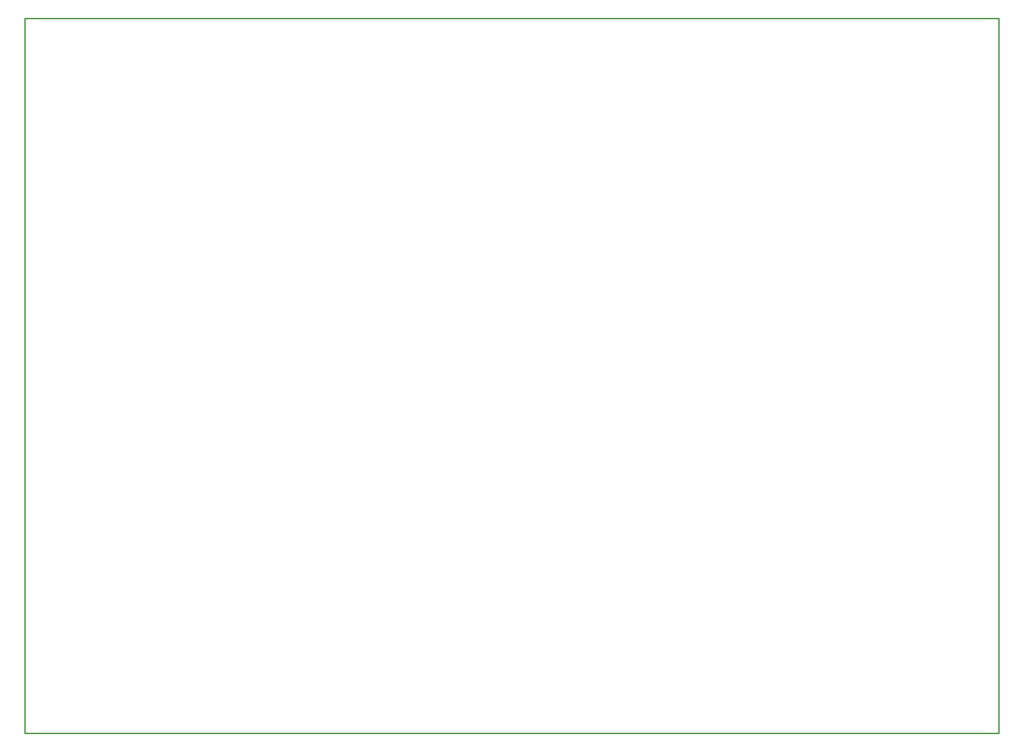
<source format=gko>
%FSLAX44Y44*%
%MOMM*%
G71*
G01*
G75*
G04 Layer_Color=16711935*
%ADD10R,1.1000X1.7000*%
%ADD11R,1.5500X0.4500*%
%ADD12R,1.7000X1.1000*%
%ADD13R,1.4000X2.1000*%
%ADD14R,1.2000X1.2000*%
%ADD15R,1.2000X1.2000*%
%ADD16O,0.3000X2.5400*%
%ADD17O,2.5400X0.3000*%
%ADD18R,2.1000X1.4000*%
%ADD19R,1.5500X0.5500*%
%ADD20O,1.7000X0.3500*%
%ADD21O,1.5500X0.2500*%
%ADD22O,0.2500X1.5500*%
%ADD23R,0.5000X3.1000*%
%ADD24R,2.0000X2.5000*%
%ADD25R,2.0000X3.3000*%
%ADD26O,2.1000X0.4500*%
%ADD27R,0.7000X2.0000*%
%ADD28R,1.0000X2.0000*%
%ADD29R,1.2000X2.0000*%
%ADD30R,1.5000X2.0000*%
%ADD31R,2.0000X3.5000*%
%ADD32R,2.0000X1.8000*%
%ADD33C,0.1500*%
%ADD34R,1.5000X1.5000*%
%ADD35C,1.5000*%
%ADD36R,1.5000X1.5000*%
%ADD37C,1.3500*%
%ADD38R,1.2500X1.2500*%
%ADD39C,1.6000*%
%ADD40R,1.6000X1.6000*%
%ADD41C,1.2000*%
%ADD42O,1.5240X4.0640*%
%ADD43O,4.0640X1.5240*%
%ADD44O,1.5240X4.3180*%
%ADD45C,4.7600*%
%ADD46R,1.6900X1.6900*%
%ADD47C,1.6900*%
%ADD48C,1.5240*%
%ADD49C,4.5000*%
%ADD50C,0.7100*%
%ADD51C,1.0160*%
%ADD52C,0.2540*%
%ADD53C,1.9160*%
G04:AMPARAMS|DCode=54|XSize=2.424mm|YSize=2.424mm|CornerRadius=0mm|HoleSize=0mm|Usage=FLASHONLY|Rotation=0.000|XOffset=0mm|YOffset=0mm|HoleType=Round|Shape=Relief|Width=0.254mm|Gap=0.254mm|Entries=4|*
%AMTHD54*
7,0,0,2.4240,1.9160,0.2540,45*
%
%ADD54THD54*%
%ADD55C,1.8160*%
G04:AMPARAMS|DCode=56|XSize=2.274mm|YSize=2.274mm|CornerRadius=0mm|HoleSize=0mm|Usage=FLASHONLY|Rotation=0.000|XOffset=0mm|YOffset=0mm|HoleType=Round|Shape=Relief|Width=0.254mm|Gap=0.254mm|Entries=4|*
%AMTHD56*
7,0,0,2.2740,1.7660,0.2540,45*
%
%ADD56THD56*%
%ADD57C,2.0160*%
G04:AMPARAMS|DCode=58|XSize=2.524mm|YSize=2.524mm|CornerRadius=0mm|HoleSize=0mm|Usage=FLASHONLY|Rotation=0.000|XOffset=0mm|YOffset=0mm|HoleType=Round|Shape=Relief|Width=0.254mm|Gap=0.254mm|Entries=4|*
%AMTHD58*
7,0,0,2.5240,2.0160,0.2540,45*
%
%ADD58THD58*%
%ADD59C,1.7660*%
%ADD60O,1.7780X4.3180*%
%ADD61O,4.3180X1.7780*%
%AMTHOVALD62*
21,1,2.7940,2.2860,0,0,270.0*
1,1,2.2860,0.0000,1.3970*
1,1,2.2860,0.0000,-1.3970*
21,0,2.7940,1.7780,0,0,270.0*
1,0,1.7780,0.0000,1.3970*
1,0,1.7780,0.0000,-1.3970*
4,0,4,-0.0898,1.3072,-0.8980,2.1154,-0.7184,2.2950,0.0898,1.4868,-0.0898,1.3072,0.0*
4,0,4,-0.0898,-1.4868,0.7184,-2.2950,0.8980,-2.1154,0.0898,-1.3072,-0.0898,-1.4868,0.0*
4,0,4,-0.0898,1.4868,0.7184,2.2950,0.8980,2.1154,0.0898,1.3072,-0.0898,1.4868,0.0*
4,0,4,-0.0898,-1.3072,-0.8980,-2.1154,-0.7184,-2.2950,0.0898,-1.4868,-0.0898,-1.3072,0.0*
%
%ADD62THOVALD62*%

%ADD63C,4.2760*%
%ADD64C,2.1060*%
G04:AMPARAMS|DCode=65|XSize=2.424mm|YSize=2.424mm|CornerRadius=0mm|HoleSize=0mm|Usage=FLASHONLY|Rotation=0.000|XOffset=0mm|YOffset=0mm|HoleType=Round|Shape=Relief|Width=0.254mm|Gap=0.254mm|Entries=4|*
%AMTHD65*
7,0,0,2.4240,1.9160,0.2540,45*
%
%ADD65THD65*%
%ADD66C,1.9160*%
%ADD67C,4.2160*%
%ADD68C,2.2060*%
%ADD69C,2.0160*%
%ADD70C,1.3160*%
G04:AMPARAMS|DCode=71|XSize=1.824mm|YSize=1.824mm|CornerRadius=0mm|HoleSize=0mm|Usage=FLASHONLY|Rotation=0.000|XOffset=0mm|YOffset=0mm|HoleType=Round|Shape=Relief|Width=0.254mm|Gap=0.254mm|Entries=4|*
%AMTHD71*
7,0,0,1.8240,1.3160,0.2540,45*
%
%ADD71THD71*%
G04:AMPARAMS|DCode=72|XSize=2.324mm|YSize=2.324mm|CornerRadius=0mm|HoleSize=0mm|Usage=FLASHONLY|Rotation=0.000|XOffset=0mm|YOffset=0mm|HoleType=Round|Shape=Relief|Width=0.254mm|Gap=0.254mm|Entries=4|*
%AMTHD72*
7,0,0,2.3240,1.8160,0.2540,45*
%
%ADD72THD72*%
%AMTHOVALD73*
21,1,2.5400,2.2860,0,0,90.0*
1,1,2.2860,0.0000,-1.2700*
1,1,2.2860,0.0000,1.2700*
21,0,2.5400,1.7780,0,0,90.0*
1,0,1.7780,0.0000,-1.2700*
1,0,1.7780,0.0000,1.2700*
4,0,4,0.0898,-1.1802,0.8980,-1.9884,0.7184,-2.1680,-0.0898,-1.3598,0.0898,-1.1802,0.0*
4,0,4,0.0898,1.3598,-0.7184,2.1680,-0.8980,1.9884,-0.0898,1.1802,0.0898,1.3598,0.0*
4,0,4,0.0898,-1.3598,-0.7184,-2.1680,-0.8980,-1.9884,-0.0898,-1.1802,0.0898,-1.3598,0.0*
4,0,4,0.0898,1.1802,0.8980,1.9884,0.7184,2.1680,-0.0898,1.3598,0.0898,1.1802,0.0*
%
%ADD73THOVALD73*%

%AMTHOVALD74*
21,1,2.5400,2.2860,0,0,180.0*
1,1,2.2860,1.2700,0.0000*
1,1,2.2860,-1.2700,0.0000*
21,0,2.5400,1.7780,0,0,180.0*
1,0,1.7780,1.2700,0.0000*
1,0,1.7780,-1.2700,0.0000*
4,0,4,1.1802,0.0898,1.9884,0.8980,2.1680,0.7184,1.3598,-0.0898,1.1802,0.0898,0.0*
4,0,4,-1.3598,0.0898,-2.1680,-0.7184,-1.9884,-0.8980,-1.1802,-0.0898,-1.3598,0.0898,0.0*
4,0,4,1.3598,0.0898,2.1680,-0.7184,1.9884,-0.8980,1.1802,-0.0898,1.3598,0.0898,0.0*
4,0,4,-1.1802,0.0898,-1.9884,0.8980,-2.1680,0.7184,-1.3598,-0.0898,-1.1802,0.0898,0.0*
%
%ADD74THOVALD74*%

%ADD75O,1.7780X4.5720*%
G04:AMPARAMS|DCode=76|XSize=4.784mm|YSize=4.784mm|CornerRadius=0mm|HoleSize=0mm|Usage=FLASHONLY|Rotation=0.000|XOffset=0mm|YOffset=0mm|HoleType=Round|Shape=Relief|Width=0.254mm|Gap=0.254mm|Entries=4|*
%AMTHD76*
7,0,0,4.7840,4.2760,0.2540,45*
%
%ADD76THD76*%
G04:AMPARAMS|DCode=77|XSize=2.614mm|YSize=2.614mm|CornerRadius=0mm|HoleSize=0mm|Usage=FLASHONLY|Rotation=0.000|XOffset=0mm|YOffset=0mm|HoleType=Round|Shape=Relief|Width=0.254mm|Gap=0.254mm|Entries=4|*
%AMTHD77*
7,0,0,2.6140,2.1060,0.2540,45*
%
%ADD77THD77*%
G04:AMPARAMS|DCode=78|XSize=2.524mm|YSize=2.524mm|CornerRadius=0mm|HoleSize=0mm|Usage=FLASHONLY|Rotation=0.000|XOffset=0mm|YOffset=0mm|HoleType=Round|Shape=Relief|Width=0.254mm|Gap=0.254mm|Entries=4|*
%AMTHD78*
7,0,0,2.5240,2.0160,0.2540,45*
%
%ADD78THD78*%
%ADD79C,0.6000*%
%ADD80C,0.2500*%
%ADD81C,0.2000*%
%ADD82C,0.1016*%
%ADD83C,0.1778*%
%ADD84C,0.2032*%
%ADD85C,0.5080*%
%ADD86C,0.2794*%
%ADD87R,1.3032X1.9032*%
%ADD88R,1.7532X0.6532*%
%ADD89R,1.9032X1.3032*%
%ADD90R,1.6032X2.3032*%
%ADD91R,1.4032X1.4032*%
%ADD92R,1.4032X1.4032*%
%ADD93O,0.5032X2.7432*%
%ADD94O,2.7432X0.5032*%
%ADD95R,2.3032X1.6032*%
%ADD96R,1.7532X0.7532*%
%ADD97O,1.9032X0.5532*%
%ADD98O,1.7532X0.4532*%
%ADD99O,0.4532X1.7532*%
%ADD100R,0.7032X3.3032*%
%ADD101R,2.2032X2.7032*%
%ADD102R,2.2032X3.5032*%
%ADD103O,2.3032X0.6532*%
%ADD104R,0.9032X2.2032*%
%ADD105R,1.2032X2.2032*%
%ADD106R,1.4032X2.2032*%
%ADD107R,1.7032X2.2032*%
%ADD108R,2.2032X3.7032*%
%ADD109R,2.2032X2.0032*%
%ADD110R,1.7032X1.7032*%
%ADD111C,1.7032*%
%ADD112R,1.7032X1.7032*%
%ADD113C,1.5532*%
%ADD114R,1.4532X1.4532*%
%ADD115C,1.8032*%
%ADD116R,1.8032X1.8032*%
%ADD117C,1.4032*%
%ADD118O,1.7272X4.2672*%
%ADD119O,4.2672X1.7272*%
%ADD120O,1.7272X4.5212*%
%ADD121C,4.9632*%
%ADD122R,1.8932X1.8932*%
%ADD123C,1.8932*%
%ADD124C,1.7272*%
%ADD125C,4.7032*%
%ADD126C,0.9132*%
%ADD127C,0.3000*%
D127*
X539750Y792718D02*
Y2584450D01*
X2978150D01*
Y792718D02*
Y2584450D01*
X539750Y792718D02*
X2978150D01*
M02*

</source>
